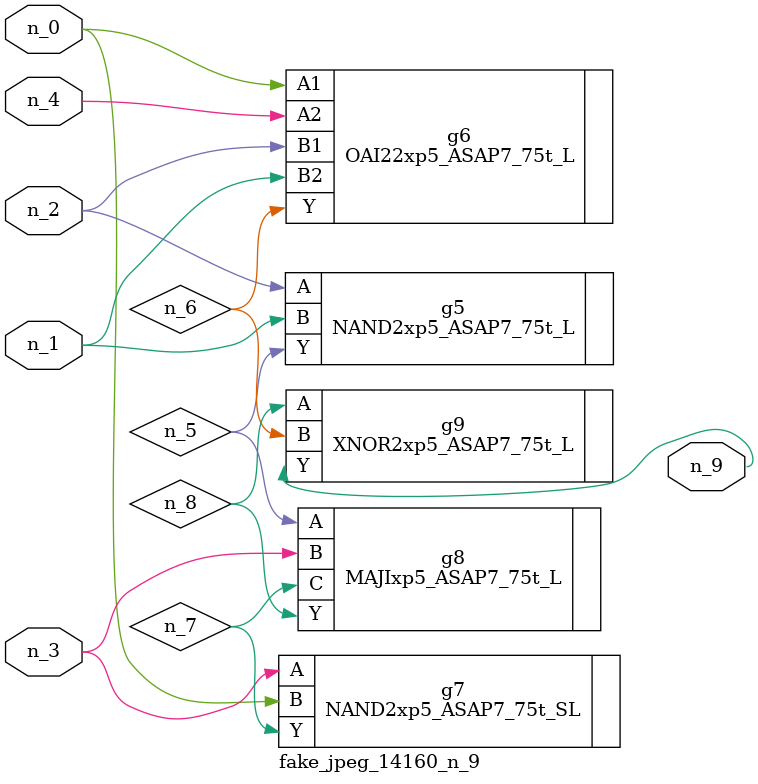
<source format=v>
module fake_jpeg_14160_n_9 (n_3, n_2, n_1, n_0, n_4, n_9);

input n_3;
input n_2;
input n_1;
input n_0;
input n_4;

output n_9;

wire n_8;
wire n_6;
wire n_5;
wire n_7;

NAND2xp5_ASAP7_75t_L g5 ( 
.A(n_2),
.B(n_1),
.Y(n_5)
);

OAI22xp5_ASAP7_75t_L g6 ( 
.A1(n_0),
.A2(n_4),
.B1(n_2),
.B2(n_1),
.Y(n_6)
);

NAND2xp5_ASAP7_75t_SL g7 ( 
.A(n_3),
.B(n_0),
.Y(n_7)
);

MAJIxp5_ASAP7_75t_L g8 ( 
.A(n_5),
.B(n_3),
.C(n_7),
.Y(n_8)
);

XNOR2xp5_ASAP7_75t_L g9 ( 
.A(n_8),
.B(n_6),
.Y(n_9)
);


endmodule
</source>
